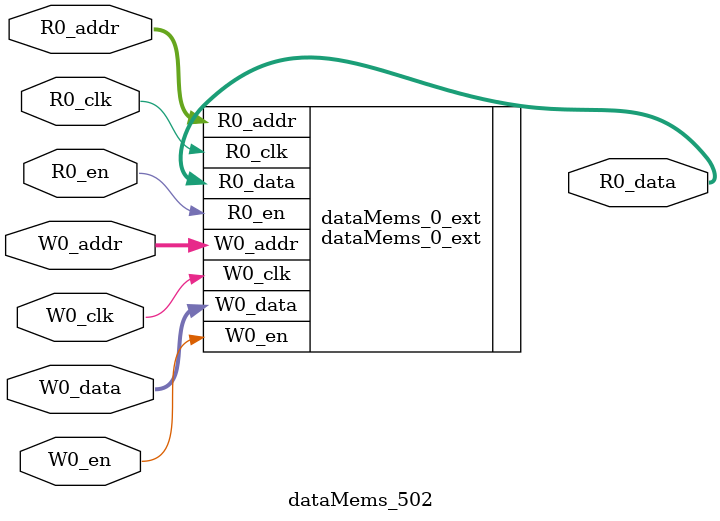
<source format=sv>
`ifndef RANDOMIZE
  `ifdef RANDOMIZE_REG_INIT
    `define RANDOMIZE
  `endif // RANDOMIZE_REG_INIT
`endif // not def RANDOMIZE
`ifndef RANDOMIZE
  `ifdef RANDOMIZE_MEM_INIT
    `define RANDOMIZE
  `endif // RANDOMIZE_MEM_INIT
`endif // not def RANDOMIZE

`ifndef RANDOM
  `define RANDOM $random
`endif // not def RANDOM

// Users can define 'PRINTF_COND' to add an extra gate to prints.
`ifndef PRINTF_COND_
  `ifdef PRINTF_COND
    `define PRINTF_COND_ (`PRINTF_COND)
  `else  // PRINTF_COND
    `define PRINTF_COND_ 1
  `endif // PRINTF_COND
`endif // not def PRINTF_COND_

// Users can define 'ASSERT_VERBOSE_COND' to add an extra gate to assert error printing.
`ifndef ASSERT_VERBOSE_COND_
  `ifdef ASSERT_VERBOSE_COND
    `define ASSERT_VERBOSE_COND_ (`ASSERT_VERBOSE_COND)
  `else  // ASSERT_VERBOSE_COND
    `define ASSERT_VERBOSE_COND_ 1
  `endif // ASSERT_VERBOSE_COND
`endif // not def ASSERT_VERBOSE_COND_

// Users can define 'STOP_COND' to add an extra gate to stop conditions.
`ifndef STOP_COND_
  `ifdef STOP_COND
    `define STOP_COND_ (`STOP_COND)
  `else  // STOP_COND
    `define STOP_COND_ 1
  `endif // STOP_COND
`endif // not def STOP_COND_

// Users can define INIT_RANDOM as general code that gets injected into the
// initializer block for modules with registers.
`ifndef INIT_RANDOM
  `define INIT_RANDOM
`endif // not def INIT_RANDOM

// If using random initialization, you can also define RANDOMIZE_DELAY to
// customize the delay used, otherwise 0.002 is used.
`ifndef RANDOMIZE_DELAY
  `define RANDOMIZE_DELAY 0.002
`endif // not def RANDOMIZE_DELAY

// Define INIT_RANDOM_PROLOG_ for use in our modules below.
`ifndef INIT_RANDOM_PROLOG_
  `ifdef RANDOMIZE
    `ifdef VERILATOR
      `define INIT_RANDOM_PROLOG_ `INIT_RANDOM
    `else  // VERILATOR
      `define INIT_RANDOM_PROLOG_ `INIT_RANDOM #`RANDOMIZE_DELAY begin end
    `endif // VERILATOR
  `else  // RANDOMIZE
    `define INIT_RANDOM_PROLOG_
  `endif // RANDOMIZE
`endif // not def INIT_RANDOM_PROLOG_

// Include register initializers in init blocks unless synthesis is set
`ifndef SYNTHESIS
  `ifndef ENABLE_INITIAL_REG_
    `define ENABLE_INITIAL_REG_
  `endif // not def ENABLE_INITIAL_REG_
`endif // not def SYNTHESIS

// Include rmemory initializers in init blocks unless synthesis is set
`ifndef SYNTHESIS
  `ifndef ENABLE_INITIAL_MEM_
    `define ENABLE_INITIAL_MEM_
  `endif // not def ENABLE_INITIAL_MEM_
`endif // not def SYNTHESIS

module dataMems_502(	// @[generators/ara/src/main/scala/UnsafeAXI4ToTL.scala:365:62]
  input  [4:0]  R0_addr,
  input         R0_en,
  input         R0_clk,
  output [66:0] R0_data,
  input  [4:0]  W0_addr,
  input         W0_en,
  input         W0_clk,
  input  [66:0] W0_data
);

  dataMems_0_ext dataMems_0_ext (	// @[generators/ara/src/main/scala/UnsafeAXI4ToTL.scala:365:62]
    .R0_addr (R0_addr),
    .R0_en   (R0_en),
    .R0_clk  (R0_clk),
    .R0_data (R0_data),
    .W0_addr (W0_addr),
    .W0_en   (W0_en),
    .W0_clk  (W0_clk),
    .W0_data (W0_data)
  );
endmodule


</source>
